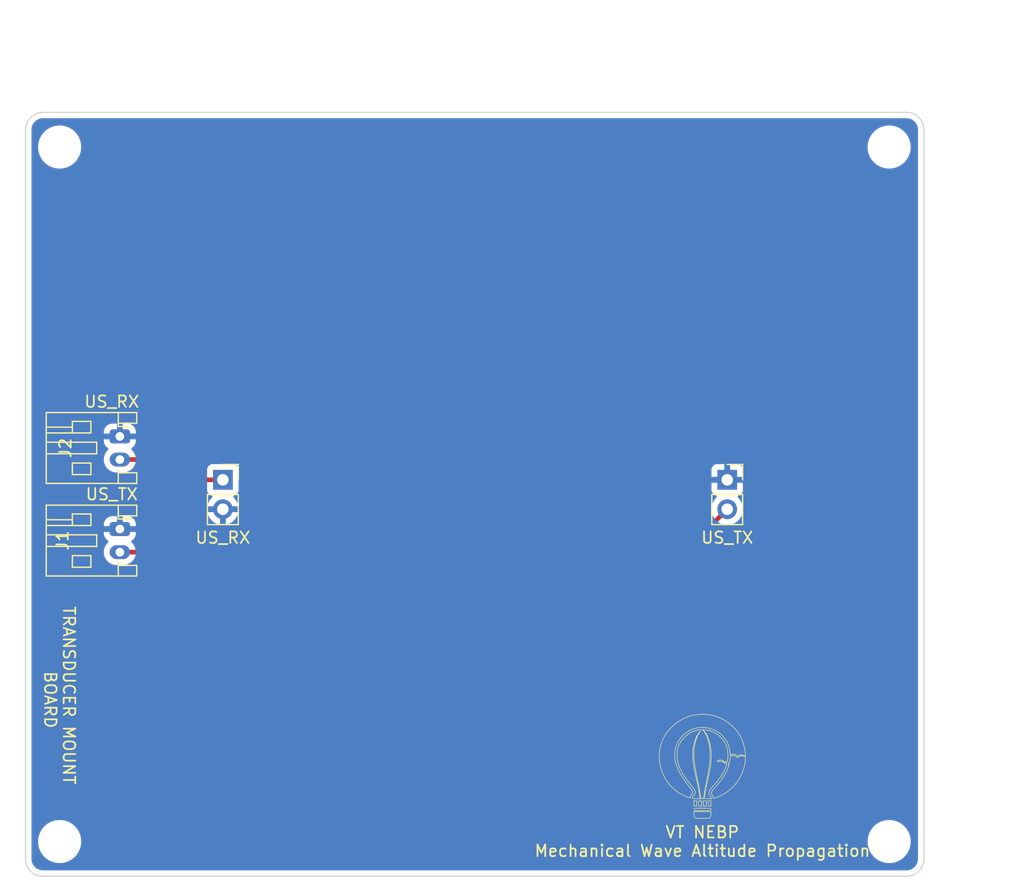
<source format=kicad_pcb>
(kicad_pcb (version 20211014) (generator pcbnew)
  (layers (0 "F.Cu" signal) (31 "B.Cu" power) (34 "B.Paste" user) (35 "F.Paste" user) (36 "B.SilkS" user "B.Silkscreen") (37 "F.SilkS" user "F.Silkscreen") (38 "B.Mask" user) (39 "F.Mask" user) (44 "Edge.Cuts" user))
  (net 0 "")
  (net 1 "GND")
  (net 2 "US_TX")
  (net 3 "US_RX")
  (footprint "MountingHole:MountingHole_2.7mm_M2.5" (layer "F.Cu") (at 110.25 131.5)
    (fp_text reference "H2" hide)
    (fp_text value "MountingHole")
    (pad "" np_thru_hole circle (at 0 0) (size 2.7 2.7) (drill 2.7) (layers *.Cu *.Mask))
  )
  (footprint "Connector_PinSocket_2.54mm:PinSocket_1x02_P2.54mm_Vertical" (layer "F.Cu") (at 167.8928 100.25)
    (fp_text reference "J4" hide)
    (fp_text value "Conn_01x02_Female")
    (fp_text user "US_TX" (at 0 5 unlocked) (layer "F.SilkS"))
    (pad "1" thru_hole rect (at 0 0) (size 1.7 1.7) (drill 1) (layers *.Cu *.Mask) (net 1 "GND"))
    (pad "2" thru_hole oval (at 0 2.54) (size 1.7 1.7) (drill 1) (layers *.Cu *.Mask) (net 2 "US_TX"))
  )
  (footprint "LOGO" (layer "F.Cu") (at 165.75 125)
    (fp_text reference "G***" hide)
    (fp_text value "LOGO" hide)
  )
  (footprint "Connector_PinSocket_2.54mm:PinSocket_1x02_P2.54mm_Vertical" (layer "F.Cu") (at 124.3428 100.25)
    (fp_text reference "J3" hide)
    (fp_text value "Conn_01x02_Female")
    (fp_text user "US_RX" (at 0 5 unlocked) (layer "F.SilkS"))
    (pad "1" thru_hole rect (at 0 0) (size 1.7 1.7) (drill 1) (layers *.Cu *.Mask) (net 3 "US_RX"))
    (pad "2" thru_hole oval (at 0 2.54) (size 1.7 1.7) (drill 1) (layers *.Cu *.Mask) (net 1 "GND"))
  )
  (footprint "Connector_JST:JST_PH_S2B-PH-K_1x02_P2.00mm_Horizontal" (layer "F.Cu") (at 115.45 104.5 -90)
    (fp_text reference "J1" (at 1 4.95 90) (layer "F.SilkS"))
    (fp_text value "Conn_01x02_Female")
    (fp_text user "US_TX" (at -3 0.7 unlocked) (layer "F.SilkS"))
    (pad "1" thru_hole roundrect (at 0 0 270) (size 1.2 1.75) (drill 0.75) (layers *.Cu *.Mask) (roundrect_rratio 0.2083333333) (net 1 "GND"))
    (pad "2" thru_hole oval (at 2 0 270) (size 1.2 1.75) (drill 0.75) (layers *.Cu *.Mask) (net 2 "US_TX"))
  )
  (footprint "MountingHole:MountingHole_2.7mm_M2.5" (layer "F.Cu") (at 181.875 71.5)
    (fp_text reference "H4" hide)
    (fp_text value "MountingHole")
    (pad "" np_thru_hole circle (at 0 0) (size 2.7 2.7) (drill 2.7) (layers *.Cu *.Mask))
  )
  (footprint "Connector_JST:JST_PH_S2B-PH-K_1x02_P2.00mm_Horizontal" (layer "F.Cu") (at 115.45 96.5 -90)
    (fp_text reference "J2" (at 1 4.7 90) (layer "F.SilkS"))
    (fp_text value "Conn_01x02_Female")
    (fp_text user "US_RX" (at -3 0.7 unlocked) (layer "F.SilkS"))
    (pad "1" thru_hole roundrect (at 0 0 270) (size 1.2 1.75) (drill 0.75) (layers *.Cu *.Mask) (roundrect_rratio 0.2083333333) (net 1 "GND"))
    (pad "2" thru_hole oval (at 2 0 270) (size 1.2 1.75) (drill 0.75) (layers *.Cu *.Mask) (net 3 "US_RX"))
  )
  (footprint "MountingHole:MountingHole_2.7mm_M2.5" (layer "F.Cu") (at 181.875 131.5)
    (fp_text reference "H3" hide)
    (fp_text value "MountingHole")
    (pad "" np_thru_hole circle (at 0 0) (size 2.7 2.7) (drill 2.7) (layers *.Cu *.Mask))
  )
  (footprint "MountingHole:MountingHole_2.7mm_M2.5" (layer "F.Cu") (at 110.25 71.5)
    (fp_text reference "H1" hide)
    (fp_text value "MountingHole")
    (pad "" np_thru_hole circle (at 0 0) (size 2.7 2.7) (drill 2.7) (layers *.Cu *.Mask))
  )
  (gr_line (start 108.81066 68.5) (end 183.375 68.5) (layer "Edge.Cuts") (width 0.1))
  (gr_arc (start 184.875 133) (mid 184.43566 134.06066) (end 183.375 134.5) (layer "Edge.Cuts") (width 0.1))
  (gr_line (start 184.875 70) (end 184.875 133) (layer "Edge.Cuts") (width 0.1))
  (gr_line (start 107.31066 133) (end 107.31066 70) (layer "Edge.Cuts") (width 0.1))
  (gr_arc (start 183.375 68.5) (mid 184.43566 68.93934) (end 184.875 70) (layer "Edge.Cuts") (width 0.1))
  (gr_arc (start 108.81066 134.5) (mid 107.75002 134.06064) (end 107.31066 133) (layer "Edge.Cuts") (width 0.1))
  (gr_arc (start 107.31066 70) (mid 107.749992 68.939332) (end 108.81066 68.5) (layer "Edge.Cuts") (width 0.1))
  (gr_line (start 183.375 134.5) (end 108.81066 134.5) (layer "Edge.Cuts") (width 0.1))
  (gr_text "VT NEBP\nMechanical Wave Altitude Propagation" (at 165.75 131.5) (layer "F.SilkS") (effects (font (size 1 1))))
  (gr_text "TRANSDUCER MOUNT \nBOARD\n" (at 110.25 119.25 270) (layer "F.SilkS") (effects (font (size 1 1))))
  (segment (start 164.1828 106.5) (end 167.8928 102.79) (width 0.4) (layer "F.Cu") (net 2))
  (segment (start 115.45 106.5) (end 164.1828 106.5) (width 0.4) (layer "F.Cu") (net 2))
  (segment (start 115.45 98.5) (end 119.75 98.5) (width 0.4) (layer "F.Cu") (net 3))
  (segment (start 121.5 100.25) (end 124.3428 100.25) (width 0.4) (layer "F.Cu") (net 3))
  (segment (start 119.75 98.5) (end 121.5 100.25) (width 0.4) (layer "F.Cu") (net 3))
  (zone (net 1) (net_name "GND") (layer "B.Cu") (connect_pads (clearance 0.508)) (min_thickness 0.254) (fill yes (thermal_gap 0.508) (thermal_bridge_width 0.508))
    (polygon (pts (xy 185.25 135) (xy 106.75 135) (xy 106.75 68) (xy 185.25 68)))
  )
)
</source>
